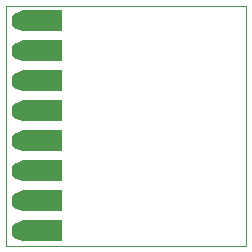
<source format=gbr>
%TF.GenerationSoftware,KiCad,Pcbnew,(5.1.9)-1*%
%TF.CreationDate,2021-06-01T13:49:10+02:00*%
%TF.ProjectId,17_CAN_Controller,31375f43-414e-45f4-936f-6e74726f6c6c,rev?*%
%TF.SameCoordinates,Original*%
%TF.FileFunction,Soldermask,Bot*%
%TF.FilePolarity,Negative*%
%FSLAX46Y46*%
G04 Gerber Fmt 4.6, Leading zero omitted, Abs format (unit mm)*
G04 Created by KiCad (PCBNEW (5.1.9)-1) date 2021-06-01 13:49:10*
%MOMM*%
%LPD*%
G01*
G04 APERTURE LIST*
%TA.AperFunction,Profile*%
%ADD10C,0.050000*%
%TD*%
%ADD11C,1.624000*%
%ADD12C,0.100000*%
G04 APERTURE END LIST*
D10*
X100330000Y-82550000D02*
X120650000Y-82550000D01*
X100330000Y-62230000D02*
X101600000Y-62230000D01*
X100330000Y-64770000D02*
X100330000Y-62230000D01*
X100330000Y-72390000D02*
X100330000Y-67310000D01*
X120650000Y-62230000D02*
X120650000Y-82550000D01*
X101600000Y-62230000D02*
X120650000Y-62230000D01*
X100330000Y-80010000D02*
X100330000Y-82550000D01*
X100330000Y-64770000D02*
X100330000Y-67310000D01*
X100330000Y-80010000D02*
X100330000Y-72390000D01*
D11*
%TO.C,J2*%
X101600000Y-68580000D03*
D12*
G36*
X101939650Y-69479999D02*
G01*
X101927782Y-69479916D01*
X101924993Y-69479818D01*
X101842112Y-69474604D01*
X101837256Y-69474060D01*
X101755280Y-69460782D01*
X101750503Y-69459766D01*
X101670214Y-69438553D01*
X101665558Y-69437076D01*
X101587721Y-69408129D01*
X101583231Y-69406205D01*
X101508591Y-69369801D01*
X101504309Y-69367447D01*
X101433578Y-69323932D01*
X101429548Y-69321173D01*
X101363401Y-69270965D01*
X101359659Y-69267825D01*
X101298726Y-69211401D01*
X101295308Y-69207910D01*
X101240173Y-69145809D01*
X101237112Y-69142003D01*
X101188299Y-69074819D01*
X101185624Y-69070731D01*
X101143601Y-68999104D01*
X101141338Y-68994774D01*
X101106505Y-68919388D01*
X101104675Y-68914859D01*
X101077364Y-68836433D01*
X101075985Y-68831747D01*
X101056458Y-68751031D01*
X101055543Y-68746233D01*
X101043985Y-68663997D01*
X101043542Y-68659131D01*
X101040065Y-68576159D01*
X101040099Y-68571275D01*
X101044734Y-68488360D01*
X101045245Y-68483501D01*
X101057950Y-68401434D01*
X101058932Y-68396650D01*
X101079584Y-68316214D01*
X101081028Y-68311547D01*
X101109431Y-68233511D01*
X101111324Y-68229008D01*
X101147207Y-68154115D01*
X101149531Y-68149818D01*
X101192550Y-68078785D01*
X101195282Y-68074735D01*
X101245028Y-68008239D01*
X101248141Y-68004475D01*
X101304138Y-67943150D01*
X101307604Y-67939708D01*
X101369318Y-67884140D01*
X101373104Y-67881052D01*
X101439946Y-67831772D01*
X101444015Y-67829069D01*
X101515347Y-67786547D01*
X101519660Y-67784254D01*
X101594801Y-67748895D01*
X101599317Y-67747033D01*
X101677550Y-67719175D01*
X101682227Y-67717763D01*
X101762805Y-67697673D01*
X101767597Y-67696724D01*
X101849751Y-67684593D01*
X101854612Y-67684117D01*
X101937557Y-67680060D01*
X101940000Y-67680000D01*
X104990000Y-67680000D01*
X104999755Y-67680961D01*
X105009134Y-67683806D01*
X105017779Y-67688427D01*
X105025355Y-67694645D01*
X105031573Y-67702221D01*
X105036194Y-67710866D01*
X105039039Y-67720245D01*
X105040000Y-67730000D01*
X105040000Y-69430000D01*
X105039039Y-69439755D01*
X105036194Y-69449134D01*
X105031573Y-69457779D01*
X105025355Y-69465355D01*
X105017779Y-69471573D01*
X105009134Y-69476194D01*
X104999755Y-69479039D01*
X104990000Y-69480000D01*
X101940000Y-69480000D01*
X101939650Y-69479999D01*
G37*
%TD*%
D11*
%TO.C,J3*%
X101600000Y-71120000D03*
D12*
G36*
X101939650Y-72019999D02*
G01*
X101927782Y-72019916D01*
X101924993Y-72019818D01*
X101842112Y-72014604D01*
X101837256Y-72014060D01*
X101755280Y-72000782D01*
X101750503Y-71999766D01*
X101670214Y-71978553D01*
X101665558Y-71977076D01*
X101587721Y-71948129D01*
X101583231Y-71946205D01*
X101508591Y-71909801D01*
X101504309Y-71907447D01*
X101433578Y-71863932D01*
X101429548Y-71861173D01*
X101363401Y-71810965D01*
X101359659Y-71807825D01*
X101298726Y-71751401D01*
X101295308Y-71747910D01*
X101240173Y-71685809D01*
X101237112Y-71682003D01*
X101188299Y-71614819D01*
X101185624Y-71610731D01*
X101143601Y-71539104D01*
X101141338Y-71534774D01*
X101106505Y-71459388D01*
X101104675Y-71454859D01*
X101077364Y-71376433D01*
X101075985Y-71371747D01*
X101056458Y-71291031D01*
X101055543Y-71286233D01*
X101043985Y-71203997D01*
X101043542Y-71199131D01*
X101040065Y-71116159D01*
X101040099Y-71111275D01*
X101044734Y-71028360D01*
X101045245Y-71023501D01*
X101057950Y-70941434D01*
X101058932Y-70936650D01*
X101079584Y-70856214D01*
X101081028Y-70851547D01*
X101109431Y-70773511D01*
X101111324Y-70769008D01*
X101147207Y-70694115D01*
X101149531Y-70689818D01*
X101192550Y-70618785D01*
X101195282Y-70614735D01*
X101245028Y-70548239D01*
X101248141Y-70544475D01*
X101304138Y-70483150D01*
X101307604Y-70479708D01*
X101369318Y-70424140D01*
X101373104Y-70421052D01*
X101439946Y-70371772D01*
X101444015Y-70369069D01*
X101515347Y-70326547D01*
X101519660Y-70324254D01*
X101594801Y-70288895D01*
X101599317Y-70287033D01*
X101677550Y-70259175D01*
X101682227Y-70257763D01*
X101762805Y-70237673D01*
X101767597Y-70236724D01*
X101849751Y-70224593D01*
X101854612Y-70224117D01*
X101937557Y-70220060D01*
X101940000Y-70220000D01*
X104990000Y-70220000D01*
X104999755Y-70220961D01*
X105009134Y-70223806D01*
X105017779Y-70228427D01*
X105025355Y-70234645D01*
X105031573Y-70242221D01*
X105036194Y-70250866D01*
X105039039Y-70260245D01*
X105040000Y-70270000D01*
X105040000Y-71970000D01*
X105039039Y-71979755D01*
X105036194Y-71989134D01*
X105031573Y-71997779D01*
X105025355Y-72005355D01*
X105017779Y-72011573D01*
X105009134Y-72016194D01*
X104999755Y-72019039D01*
X104990000Y-72020000D01*
X101940000Y-72020000D01*
X101939650Y-72019999D01*
G37*
%TD*%
D11*
%TO.C,J5*%
X101600000Y-63500000D03*
D12*
G36*
X101939650Y-64399999D02*
G01*
X101927782Y-64399916D01*
X101924993Y-64399818D01*
X101842112Y-64394604D01*
X101837256Y-64394060D01*
X101755280Y-64380782D01*
X101750503Y-64379766D01*
X101670214Y-64358553D01*
X101665558Y-64357076D01*
X101587721Y-64328129D01*
X101583231Y-64326205D01*
X101508591Y-64289801D01*
X101504309Y-64287447D01*
X101433578Y-64243932D01*
X101429548Y-64241173D01*
X101363401Y-64190965D01*
X101359659Y-64187825D01*
X101298726Y-64131401D01*
X101295308Y-64127910D01*
X101240173Y-64065809D01*
X101237112Y-64062003D01*
X101188299Y-63994819D01*
X101185624Y-63990731D01*
X101143601Y-63919104D01*
X101141338Y-63914774D01*
X101106505Y-63839388D01*
X101104675Y-63834859D01*
X101077364Y-63756433D01*
X101075985Y-63751747D01*
X101056458Y-63671031D01*
X101055543Y-63666233D01*
X101043985Y-63583997D01*
X101043542Y-63579131D01*
X101040065Y-63496159D01*
X101040099Y-63491275D01*
X101044734Y-63408360D01*
X101045245Y-63403501D01*
X101057950Y-63321434D01*
X101058932Y-63316650D01*
X101079584Y-63236214D01*
X101081028Y-63231547D01*
X101109431Y-63153511D01*
X101111324Y-63149008D01*
X101147207Y-63074115D01*
X101149531Y-63069818D01*
X101192550Y-62998785D01*
X101195282Y-62994735D01*
X101245028Y-62928239D01*
X101248141Y-62924475D01*
X101304138Y-62863150D01*
X101307604Y-62859708D01*
X101369318Y-62804140D01*
X101373104Y-62801052D01*
X101439946Y-62751772D01*
X101444015Y-62749069D01*
X101515347Y-62706547D01*
X101519660Y-62704254D01*
X101594801Y-62668895D01*
X101599317Y-62667033D01*
X101677550Y-62639175D01*
X101682227Y-62637763D01*
X101762805Y-62617673D01*
X101767597Y-62616724D01*
X101849751Y-62604593D01*
X101854612Y-62604117D01*
X101937557Y-62600060D01*
X101940000Y-62600000D01*
X104990000Y-62600000D01*
X104999755Y-62600961D01*
X105009134Y-62603806D01*
X105017779Y-62608427D01*
X105025355Y-62614645D01*
X105031573Y-62622221D01*
X105036194Y-62630866D01*
X105039039Y-62640245D01*
X105040000Y-62650000D01*
X105040000Y-64350000D01*
X105039039Y-64359755D01*
X105036194Y-64369134D01*
X105031573Y-64377779D01*
X105025355Y-64385355D01*
X105017779Y-64391573D01*
X105009134Y-64396194D01*
X104999755Y-64399039D01*
X104990000Y-64400000D01*
X101940000Y-64400000D01*
X101939650Y-64399999D01*
G37*
%TD*%
D11*
%TO.C,J1*%
X101600000Y-66040000D03*
D12*
G36*
X101939650Y-66939999D02*
G01*
X101927782Y-66939916D01*
X101924993Y-66939818D01*
X101842112Y-66934604D01*
X101837256Y-66934060D01*
X101755280Y-66920782D01*
X101750503Y-66919766D01*
X101670214Y-66898553D01*
X101665558Y-66897076D01*
X101587721Y-66868129D01*
X101583231Y-66866205D01*
X101508591Y-66829801D01*
X101504309Y-66827447D01*
X101433578Y-66783932D01*
X101429548Y-66781173D01*
X101363401Y-66730965D01*
X101359659Y-66727825D01*
X101298726Y-66671401D01*
X101295308Y-66667910D01*
X101240173Y-66605809D01*
X101237112Y-66602003D01*
X101188299Y-66534819D01*
X101185624Y-66530731D01*
X101143601Y-66459104D01*
X101141338Y-66454774D01*
X101106505Y-66379388D01*
X101104675Y-66374859D01*
X101077364Y-66296433D01*
X101075985Y-66291747D01*
X101056458Y-66211031D01*
X101055543Y-66206233D01*
X101043985Y-66123997D01*
X101043542Y-66119131D01*
X101040065Y-66036159D01*
X101040099Y-66031275D01*
X101044734Y-65948360D01*
X101045245Y-65943501D01*
X101057950Y-65861434D01*
X101058932Y-65856650D01*
X101079584Y-65776214D01*
X101081028Y-65771547D01*
X101109431Y-65693511D01*
X101111324Y-65689008D01*
X101147207Y-65614115D01*
X101149531Y-65609818D01*
X101192550Y-65538785D01*
X101195282Y-65534735D01*
X101245028Y-65468239D01*
X101248141Y-65464475D01*
X101304138Y-65403150D01*
X101307604Y-65399708D01*
X101369318Y-65344140D01*
X101373104Y-65341052D01*
X101439946Y-65291772D01*
X101444015Y-65289069D01*
X101515347Y-65246547D01*
X101519660Y-65244254D01*
X101594801Y-65208895D01*
X101599317Y-65207033D01*
X101677550Y-65179175D01*
X101682227Y-65177763D01*
X101762805Y-65157673D01*
X101767597Y-65156724D01*
X101849751Y-65144593D01*
X101854612Y-65144117D01*
X101937557Y-65140060D01*
X101940000Y-65140000D01*
X104990000Y-65140000D01*
X104999755Y-65140961D01*
X105009134Y-65143806D01*
X105017779Y-65148427D01*
X105025355Y-65154645D01*
X105031573Y-65162221D01*
X105036194Y-65170866D01*
X105039039Y-65180245D01*
X105040000Y-65190000D01*
X105040000Y-66890000D01*
X105039039Y-66899755D01*
X105036194Y-66909134D01*
X105031573Y-66917779D01*
X105025355Y-66925355D01*
X105017779Y-66931573D01*
X105009134Y-66936194D01*
X104999755Y-66939039D01*
X104990000Y-66940000D01*
X101940000Y-66940000D01*
X101939650Y-66939999D01*
G37*
%TD*%
D11*
%TO.C,J8*%
X101600000Y-78740000D03*
D12*
G36*
X101939650Y-79639999D02*
G01*
X101927782Y-79639916D01*
X101924993Y-79639818D01*
X101842112Y-79634604D01*
X101837256Y-79634060D01*
X101755280Y-79620782D01*
X101750503Y-79619766D01*
X101670214Y-79598553D01*
X101665558Y-79597076D01*
X101587721Y-79568129D01*
X101583231Y-79566205D01*
X101508591Y-79529801D01*
X101504309Y-79527447D01*
X101433578Y-79483932D01*
X101429548Y-79481173D01*
X101363401Y-79430965D01*
X101359659Y-79427825D01*
X101298726Y-79371401D01*
X101295308Y-79367910D01*
X101240173Y-79305809D01*
X101237112Y-79302003D01*
X101188299Y-79234819D01*
X101185624Y-79230731D01*
X101143601Y-79159104D01*
X101141338Y-79154774D01*
X101106505Y-79079388D01*
X101104675Y-79074859D01*
X101077364Y-78996433D01*
X101075985Y-78991747D01*
X101056458Y-78911031D01*
X101055543Y-78906233D01*
X101043985Y-78823997D01*
X101043542Y-78819131D01*
X101040065Y-78736159D01*
X101040099Y-78731275D01*
X101044734Y-78648360D01*
X101045245Y-78643501D01*
X101057950Y-78561434D01*
X101058932Y-78556650D01*
X101079584Y-78476214D01*
X101081028Y-78471547D01*
X101109431Y-78393511D01*
X101111324Y-78389008D01*
X101147207Y-78314115D01*
X101149531Y-78309818D01*
X101192550Y-78238785D01*
X101195282Y-78234735D01*
X101245028Y-78168239D01*
X101248141Y-78164475D01*
X101304138Y-78103150D01*
X101307604Y-78099708D01*
X101369318Y-78044140D01*
X101373104Y-78041052D01*
X101439946Y-77991772D01*
X101444015Y-77989069D01*
X101515347Y-77946547D01*
X101519660Y-77944254D01*
X101594801Y-77908895D01*
X101599317Y-77907033D01*
X101677550Y-77879175D01*
X101682227Y-77877763D01*
X101762805Y-77857673D01*
X101767597Y-77856724D01*
X101849751Y-77844593D01*
X101854612Y-77844117D01*
X101937557Y-77840060D01*
X101940000Y-77840000D01*
X104990000Y-77840000D01*
X104999755Y-77840961D01*
X105009134Y-77843806D01*
X105017779Y-77848427D01*
X105025355Y-77854645D01*
X105031573Y-77862221D01*
X105036194Y-77870866D01*
X105039039Y-77880245D01*
X105040000Y-77890000D01*
X105040000Y-79590000D01*
X105039039Y-79599755D01*
X105036194Y-79609134D01*
X105031573Y-79617779D01*
X105025355Y-79625355D01*
X105017779Y-79631573D01*
X105009134Y-79636194D01*
X104999755Y-79639039D01*
X104990000Y-79640000D01*
X101940000Y-79640000D01*
X101939650Y-79639999D01*
G37*
%TD*%
D11*
%TO.C,J9*%
X101600000Y-81280000D03*
D12*
G36*
X101939650Y-82179999D02*
G01*
X101927782Y-82179916D01*
X101924993Y-82179818D01*
X101842112Y-82174604D01*
X101837256Y-82174060D01*
X101755280Y-82160782D01*
X101750503Y-82159766D01*
X101670214Y-82138553D01*
X101665558Y-82137076D01*
X101587721Y-82108129D01*
X101583231Y-82106205D01*
X101508591Y-82069801D01*
X101504309Y-82067447D01*
X101433578Y-82023932D01*
X101429548Y-82021173D01*
X101363401Y-81970965D01*
X101359659Y-81967825D01*
X101298726Y-81911401D01*
X101295308Y-81907910D01*
X101240173Y-81845809D01*
X101237112Y-81842003D01*
X101188299Y-81774819D01*
X101185624Y-81770731D01*
X101143601Y-81699104D01*
X101141338Y-81694774D01*
X101106505Y-81619388D01*
X101104675Y-81614859D01*
X101077364Y-81536433D01*
X101075985Y-81531747D01*
X101056458Y-81451031D01*
X101055543Y-81446233D01*
X101043985Y-81363997D01*
X101043542Y-81359131D01*
X101040065Y-81276159D01*
X101040099Y-81271275D01*
X101044734Y-81188360D01*
X101045245Y-81183501D01*
X101057950Y-81101434D01*
X101058932Y-81096650D01*
X101079584Y-81016214D01*
X101081028Y-81011547D01*
X101109431Y-80933511D01*
X101111324Y-80929008D01*
X101147207Y-80854115D01*
X101149531Y-80849818D01*
X101192550Y-80778785D01*
X101195282Y-80774735D01*
X101245028Y-80708239D01*
X101248141Y-80704475D01*
X101304138Y-80643150D01*
X101307604Y-80639708D01*
X101369318Y-80584140D01*
X101373104Y-80581052D01*
X101439946Y-80531772D01*
X101444015Y-80529069D01*
X101515347Y-80486547D01*
X101519660Y-80484254D01*
X101594801Y-80448895D01*
X101599317Y-80447033D01*
X101677550Y-80419175D01*
X101682227Y-80417763D01*
X101762805Y-80397673D01*
X101767597Y-80396724D01*
X101849751Y-80384593D01*
X101854612Y-80384117D01*
X101937557Y-80380060D01*
X101940000Y-80380000D01*
X104990000Y-80380000D01*
X104999755Y-80380961D01*
X105009134Y-80383806D01*
X105017779Y-80388427D01*
X105025355Y-80394645D01*
X105031573Y-80402221D01*
X105036194Y-80410866D01*
X105039039Y-80420245D01*
X105040000Y-80430000D01*
X105040000Y-82130000D01*
X105039039Y-82139755D01*
X105036194Y-82149134D01*
X105031573Y-82157779D01*
X105025355Y-82165355D01*
X105017779Y-82171573D01*
X105009134Y-82176194D01*
X104999755Y-82179039D01*
X104990000Y-82180000D01*
X101940000Y-82180000D01*
X101939650Y-82179999D01*
G37*
%TD*%
D11*
%TO.C,J6*%
X101600000Y-73660000D03*
D12*
G36*
X101939650Y-74559999D02*
G01*
X101927782Y-74559916D01*
X101924993Y-74559818D01*
X101842112Y-74554604D01*
X101837256Y-74554060D01*
X101755280Y-74540782D01*
X101750503Y-74539766D01*
X101670214Y-74518553D01*
X101665558Y-74517076D01*
X101587721Y-74488129D01*
X101583231Y-74486205D01*
X101508591Y-74449801D01*
X101504309Y-74447447D01*
X101433578Y-74403932D01*
X101429548Y-74401173D01*
X101363401Y-74350965D01*
X101359659Y-74347825D01*
X101298726Y-74291401D01*
X101295308Y-74287910D01*
X101240173Y-74225809D01*
X101237112Y-74222003D01*
X101188299Y-74154819D01*
X101185624Y-74150731D01*
X101143601Y-74079104D01*
X101141338Y-74074774D01*
X101106505Y-73999388D01*
X101104675Y-73994859D01*
X101077364Y-73916433D01*
X101075985Y-73911747D01*
X101056458Y-73831031D01*
X101055543Y-73826233D01*
X101043985Y-73743997D01*
X101043542Y-73739131D01*
X101040065Y-73656159D01*
X101040099Y-73651275D01*
X101044734Y-73568360D01*
X101045245Y-73563501D01*
X101057950Y-73481434D01*
X101058932Y-73476650D01*
X101079584Y-73396214D01*
X101081028Y-73391547D01*
X101109431Y-73313511D01*
X101111324Y-73309008D01*
X101147207Y-73234115D01*
X101149531Y-73229818D01*
X101192550Y-73158785D01*
X101195282Y-73154735D01*
X101245028Y-73088239D01*
X101248141Y-73084475D01*
X101304138Y-73023150D01*
X101307604Y-73019708D01*
X101369318Y-72964140D01*
X101373104Y-72961052D01*
X101439946Y-72911772D01*
X101444015Y-72909069D01*
X101515347Y-72866547D01*
X101519660Y-72864254D01*
X101594801Y-72828895D01*
X101599317Y-72827033D01*
X101677550Y-72799175D01*
X101682227Y-72797763D01*
X101762805Y-72777673D01*
X101767597Y-72776724D01*
X101849751Y-72764593D01*
X101854612Y-72764117D01*
X101937557Y-72760060D01*
X101940000Y-72760000D01*
X104990000Y-72760000D01*
X104999755Y-72760961D01*
X105009134Y-72763806D01*
X105017779Y-72768427D01*
X105025355Y-72774645D01*
X105031573Y-72782221D01*
X105036194Y-72790866D01*
X105039039Y-72800245D01*
X105040000Y-72810000D01*
X105040000Y-74510000D01*
X105039039Y-74519755D01*
X105036194Y-74529134D01*
X105031573Y-74537779D01*
X105025355Y-74545355D01*
X105017779Y-74551573D01*
X105009134Y-74556194D01*
X104999755Y-74559039D01*
X104990000Y-74560000D01*
X101940000Y-74560000D01*
X101939650Y-74559999D01*
G37*
%TD*%
D11*
%TO.C,J7*%
X101600000Y-76200000D03*
D12*
G36*
X101939650Y-77099999D02*
G01*
X101927782Y-77099916D01*
X101924993Y-77099818D01*
X101842112Y-77094604D01*
X101837256Y-77094060D01*
X101755280Y-77080782D01*
X101750503Y-77079766D01*
X101670214Y-77058553D01*
X101665558Y-77057076D01*
X101587721Y-77028129D01*
X101583231Y-77026205D01*
X101508591Y-76989801D01*
X101504309Y-76987447D01*
X101433578Y-76943932D01*
X101429548Y-76941173D01*
X101363401Y-76890965D01*
X101359659Y-76887825D01*
X101298726Y-76831401D01*
X101295308Y-76827910D01*
X101240173Y-76765809D01*
X101237112Y-76762003D01*
X101188299Y-76694819D01*
X101185624Y-76690731D01*
X101143601Y-76619104D01*
X101141338Y-76614774D01*
X101106505Y-76539388D01*
X101104675Y-76534859D01*
X101077364Y-76456433D01*
X101075985Y-76451747D01*
X101056458Y-76371031D01*
X101055543Y-76366233D01*
X101043985Y-76283997D01*
X101043542Y-76279131D01*
X101040065Y-76196159D01*
X101040099Y-76191275D01*
X101044734Y-76108360D01*
X101045245Y-76103501D01*
X101057950Y-76021434D01*
X101058932Y-76016650D01*
X101079584Y-75936214D01*
X101081028Y-75931547D01*
X101109431Y-75853511D01*
X101111324Y-75849008D01*
X101147207Y-75774115D01*
X101149531Y-75769818D01*
X101192550Y-75698785D01*
X101195282Y-75694735D01*
X101245028Y-75628239D01*
X101248141Y-75624475D01*
X101304138Y-75563150D01*
X101307604Y-75559708D01*
X101369318Y-75504140D01*
X101373104Y-75501052D01*
X101439946Y-75451772D01*
X101444015Y-75449069D01*
X101515347Y-75406547D01*
X101519660Y-75404254D01*
X101594801Y-75368895D01*
X101599317Y-75367033D01*
X101677550Y-75339175D01*
X101682227Y-75337763D01*
X101762805Y-75317673D01*
X101767597Y-75316724D01*
X101849751Y-75304593D01*
X101854612Y-75304117D01*
X101937557Y-75300060D01*
X101940000Y-75300000D01*
X104990000Y-75300000D01*
X104999755Y-75300961D01*
X105009134Y-75303806D01*
X105017779Y-75308427D01*
X105025355Y-75314645D01*
X105031573Y-75322221D01*
X105036194Y-75330866D01*
X105039039Y-75340245D01*
X105040000Y-75350000D01*
X105040000Y-77050000D01*
X105039039Y-77059755D01*
X105036194Y-77069134D01*
X105031573Y-77077779D01*
X105025355Y-77085355D01*
X105017779Y-77091573D01*
X105009134Y-77096194D01*
X104999755Y-77099039D01*
X104990000Y-77100000D01*
X101940000Y-77100000D01*
X101939650Y-77099999D01*
G37*
%TD*%
M02*

</source>
